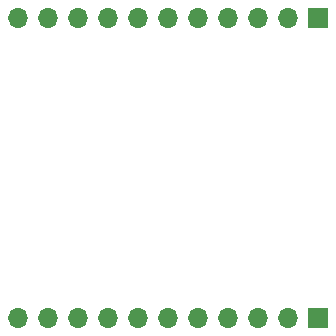
<source format=gbr>
%TF.GenerationSoftware,KiCad,Pcbnew,8.0.6*%
%TF.CreationDate,2024-12-12T11:47:33+01:00*%
%TF.ProjectId,htctboard,68746374-626f-4617-9264-2e6b69636164,rev?*%
%TF.SameCoordinates,Original*%
%TF.FileFunction,Soldermask,Bot*%
%TF.FilePolarity,Negative*%
%FSLAX46Y46*%
G04 Gerber Fmt 4.6, Leading zero omitted, Abs format (unit mm)*
G04 Created by KiCad (PCBNEW 8.0.6) date 2024-12-12 11:47:33*
%MOMM*%
%LPD*%
G01*
G04 APERTURE LIST*
%ADD10R,1.700000X1.700000*%
%ADD11O,1.700000X1.700000*%
G04 APERTURE END LIST*
D10*
%TO.C,J2*%
X154940000Y-93980000D03*
D11*
X152400000Y-93980000D03*
X149860000Y-93980000D03*
X147320000Y-93980000D03*
X144780000Y-93980000D03*
X142240000Y-93980000D03*
X139700000Y-93980000D03*
X137160000Y-93980000D03*
X134620000Y-93980000D03*
X132080000Y-93980000D03*
X129540000Y-93980000D03*
%TD*%
D10*
%TO.C,J1*%
X154940000Y-68580000D03*
D11*
X152400000Y-68580000D03*
X149860000Y-68580000D03*
X147320000Y-68580000D03*
X144780000Y-68580000D03*
X142240000Y-68580000D03*
X139700000Y-68580000D03*
X137160000Y-68580000D03*
X134620000Y-68580000D03*
X132080000Y-68580000D03*
X129540000Y-68580000D03*
%TD*%
M02*

</source>
